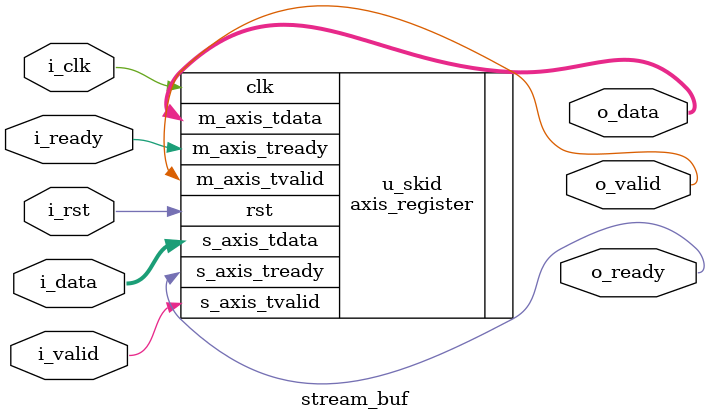
<source format=v>
module stream_buf #(
    parameter DATA_WIDTH = 8
) (
    input i_clk,
    input i_rst,
    // Upstream
    input [DATA_WIDTH-1:0] i_data,
    input i_valid,
    output o_ready,
    // Downstream
    output [DATA_WIDTH-1:0] o_data,
    output o_valid,
    input i_ready
);

    axis_register #(
        .DATA_WIDTH(DATA_WIDTH),
        .KEEP_ENABLE(0),
        .LAST_ENABLE(0),
        .USER_ENABLE(0),
        .REG_TYPE(2)    // skid
    ) u_skid (
        .clk(i_clk),
        .rst(i_rst),
        .s_axis_tdata(i_data),
        .s_axis_tvalid(i_valid),
        .s_axis_tready(o_ready),
        .m_axis_tdata(o_data),
        .m_axis_tvalid(o_valid),
        .m_axis_tready(i_ready)
    );

endmodule

</source>
